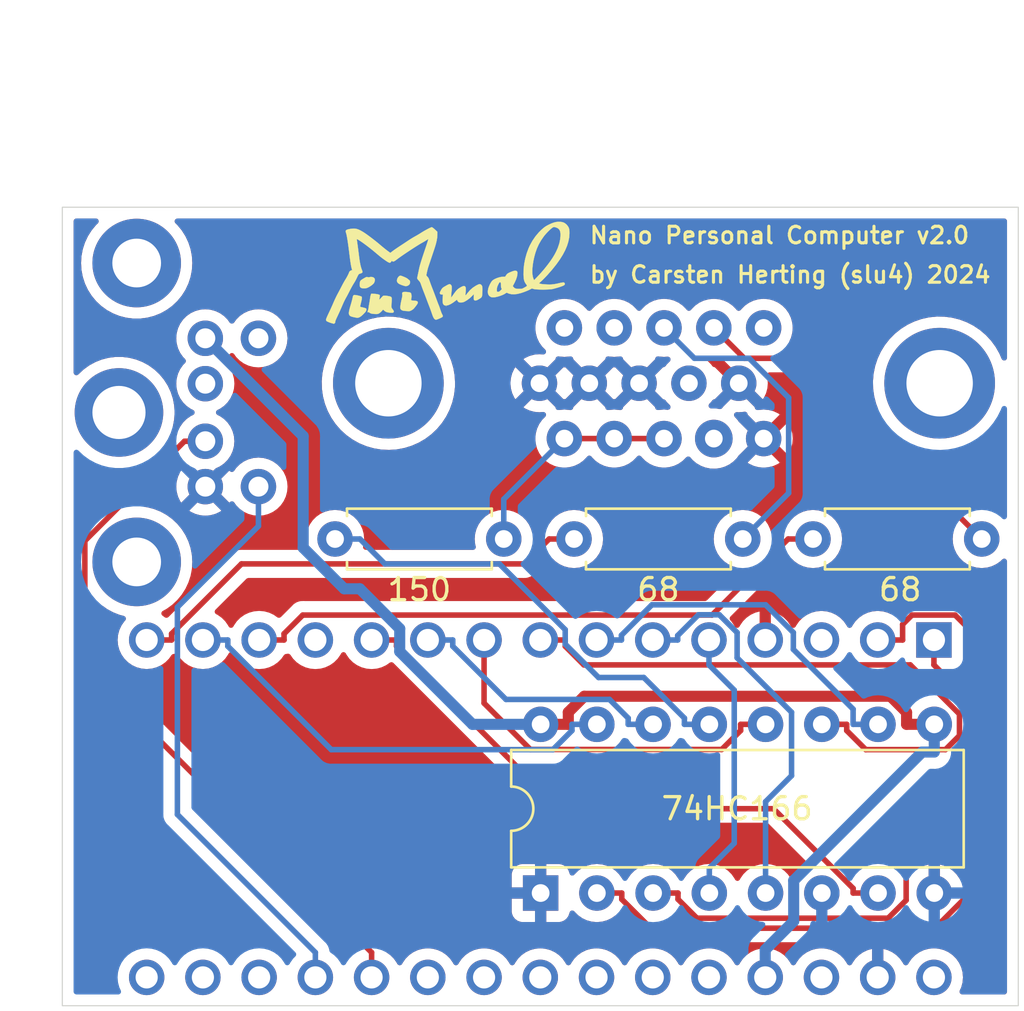
<source format=kicad_pcb>
(kicad_pcb (version 20211014) (generator pcbnew)
  (layers (0 "F.Cu" signal) (31 "B.Cu" signal) (34 "B.Paste" user) (35 "F.Paste" user) (36 "B.SilkS" user "B.Silkscreen") (37 "F.SilkS" user "F.Silkscreen") (38 "B.Mask" user) (39 "F.Mask" user) (44 "Edge.Cuts" user))
  (net 0 "")
  (net 1 "Net-(A1-Pad1)")
  (net 2 "Net-(A1-Pad2)")
  (net 3 "Net-(A1-Pad19)")
  (net 4 "GND")
  (net 5 "Net-(A1-Pad20)")
  (net 6 "Net-(A1-Pad5)")
  (net 8 "Net-(A1-Pad6)")
  (net 10 "Net-(A1-Pad7)")
  (net 12 "Net-(A1-Pad8)")
  (net 14 "Net-(A1-Pad9)")
  (net 15 "Net-(A1-Pad10)")
  (net 16 "Net-(A1-Pad11)")
  (net 17 "+5V")
  (net 19 "Net-(A1-Pad13)")
  (net 20 "Net-(A1-Pad14)")
  (net 21 "Net-(A1-Pad15)")
  (net 22 "Net-(J2-Pad1)")
  (net 23 "Net-(J2-Pad14)")
  (net 24 "Net-(J2-Pad13)")
  (net 25 "Net-(R3-Pad2)")
  (footprint "ArduinoPC:Arduino_Nano" (layer "F.Cu") (at 164.846 102.987 -90)
    (fp_text reference "A1" hide)
    (fp_text value "Arduino_Nano_v3.x" hide)
    (pad "1" thru_hole rect (at 0 0 270) (size 1.6 1.6) (drill 1) (layers *.Cu *.Mask) (net 1 "Net-(A1-Pad1)"))
    (pad "2" thru_hole oval (at 0 2.54 270) (size 1.6 1.6) (drill 1) (layers *.Cu *.Mask) (net 2 "Net-(A1-Pad2)"))
    (pad "3" thru_hole oval (at 0 5.08 270) (size 1.6 1.6) (drill 1) (layers *.Cu *.Mask))
    (pad "4" thru_hole oval (at 0 7.62 270) (size 1.6 1.6) (drill 1) (layers *.Cu *.Mask) (net 4 "GND"))
    (pad "5" thru_hole oval (at 0 10.16 270) (size 1.6 1.6) (drill 1) (layers *.Cu *.Mask) (net 6 "Net-(A1-Pad5)"))
    (pad "6" thru_hole oval (at 0 12.7 270) (size 1.6 1.6) (drill 1) (layers *.Cu *.Mask) (net 8 "Net-(A1-Pad6)"))
    (pad "7" thru_hole oval (at 0 15.24 270) (size 1.6 1.6) (drill 1) (layers *.Cu *.Mask) (net 10 "Net-(A1-Pad7)"))
    (pad "8" thru_hole oval (at 0 17.78 270) (size 1.6 1.6) (drill 1) (layers *.Cu *.Mask) (net 12 "Net-(A1-Pad8)"))
    (pad "9" thru_hole oval (at 0 20.32 270) (size 1.6 1.6) (drill 1) (layers *.Cu *.Mask) (net 14 "Net-(A1-Pad9)"))
    (pad "10" thru_hole oval (at 0 22.86 270) (size 1.6 1.6) (drill 1) (layers *.Cu *.Mask) (net 15 "Net-(A1-Pad10)"))
    (pad "11" thru_hole oval (at 0 25.4 270) (size 1.6 1.6) (drill 1) (layers *.Cu *.Mask) (net 16 "Net-(A1-Pad11)"))
    (pad "12" thru_hole oval (at 0 27.94 270) (size 1.6 1.6) (drill 1) (layers *.Cu *.Mask))
    (pad "13" thru_hole oval (at 0 30.48 270) (size 1.6 1.6) (drill 1) (layers *.Cu *.Mask) (net 19 "Net-(A1-Pad13)"))
    (pad "14" thru_hole oval (at 0 33.02 270) (size 1.6 1.6) (drill 1) (layers *.Cu *.Mask) (net 20 "Net-(A1-Pad14)"))
    (pad "15" thru_hole oval (at 0 35.56 270) (size 1.6 1.6) (drill 1) (layers *.Cu *.Mask) (net 21 "Net-(A1-Pad15)"))
    (pad "16" thru_hole oval (at 15.24 35.56 270) (size 1.6 1.6) (drill 1) (layers *.Cu *.Mask))
    (pad "17" thru_hole oval (at 15.24 33.02 270) (size 1.6 1.6) (drill 1) (layers *.Cu *.Mask))
    (pad "18" thru_hole oval (at 15.24 30.48 270) (size 1.6 1.6) (drill 1) (layers *.Cu *.Mask))
    (pad "19" thru_hole oval (at 15.24 27.94 270) (size 1.6 1.6) (drill 1) (layers *.Cu *.Mask) (net 3 "Net-(A1-Pad19)"))
    (pad "20" thru_hole oval (at 15.24 25.4 270) (size 1.6 1.6) (drill 1) (layers *.Cu *.Mask) (net 5 "Net-(A1-Pad20)"))
    (pad "21" thru_hole oval (at 15.24 22.86 270) (size 1.6 1.6) (drill 1) (layers *.Cu *.Mask))
    (pad "22" thru_hole oval (at 15.24 20.32 270) (size 1.6 1.6) (drill 1) (layers *.Cu *.Mask))
    (pad "23" thru_hole oval (at 15.24 17.78 270) (size 1.6 1.6) (drill 1) (layers *.Cu *.Mask))
    (pad "24" thru_hole oval (at 15.24 15.24 270) (size 1.6 1.6) (drill 1) (layers *.Cu *.Mask))
    (pad "25" thru_hole oval (at 15.24 12.7 270) (size 1.6 1.6) (drill 1) (layers *.Cu *.Mask))
    (pad "26" thru_hole oval (at 15.24 10.16 270) (size 1.6 1.6) (drill 1) (layers *.Cu *.Mask))
    (pad "27" thru_hole oval (at 15.24 7.62 270) (size 1.6 1.6) (drill 1) (layers *.Cu *.Mask) (net 17 "+5V"))
    (pad "28" thru_hole oval (at 15.24 5.08 270) (size 1.6 1.6) (drill 1) (layers *.Cu *.Mask))
    (pad "29" thru_hole oval (at 15.24 2.54 270) (size 1.6 1.6) (drill 1) (layers *.Cu *.Mask) (net 4 "GND"))
    (pad "30" thru_hole oval (at 15.24 0 270) (size 1.6 1.6) (drill 1) (layers *.Cu *.Mask))
  )
  (footprint "ArduinoPC:FP_MINI_DIN_6_PS2" (layer "F.Cu") (at 123.035 92.71 90)
    (fp_text reference "J1" hide)
    (fp_text value "PS/2 Keyboard" hide)
    (pad "" thru_hole circle locked (at 0 5 90) (size 4 4) (drill 2.4) (layers *.Cu *.Mask))
    (pad "" thru_hole circle locked (at 6.75 5.8 90) (size 4 4) (drill 2.2) (layers *.Cu *.Mask))
    (pad "" thru_hole circle locked (at -6.75 5.8 90) (size 4 4) (drill 2.2) (layers *.Cu *.Mask))
    (pad "1" thru_hole circle locked (at -1.3 8.9 90) (size 1.6 1.6) (drill 0.9) (layers *.Cu *.Mask) (net 5 "Net-(A1-Pad20)"))
    (pad "2" thru_hole circle locked (at 1.3 8.9 90) (size 1.6 1.6) (drill 0.9) (layers *.Cu *.Mask))
    (pad "3" thru_hole circle locked (at -3.35 8.9 90) (size 1.6 1.6) (drill 0.9) (layers *.Cu *.Mask) (net 4 "GND"))
    (pad "4" thru_hole circle locked (at 3.35 8.9 90) (size 1.6 1.6) (drill 0.9) (layers *.Cu *.Mask) (net 17 "+5V"))
    (pad "5" thru_hole circle locked (at -3.35 11.3 90) (size 1.6 1.6) (drill 0.9) (layers *.Cu *.Mask) (net 3 "Net-(A1-Pad19)"))
    (pad "6" thru_hole circle locked (at 3.35 11.3 90) (size 1.6 1.6) (drill 0.9) (layers *.Cu *.Mask))
  )
  (footprint "ArduinoPC:VGA DSUB15HD_female" (layer "F.Cu") (at 152.654 96.139 180)
    (fp_text reference "J2" hide)
    (fp_text value "VGA DB15" hide)
    (pad "" thru_hole circle locked (at -12.45 4.75 180) (size 5 5) (drill 3) (layers *.Cu *.Mask))
    (pad "" thru_hole circle locked (at 12.45 4.75 180) (size 5 5) (drill 3) (layers *.Cu *.Mask))
    (pad "1" thru_hole circle locked (at 4.5 2.25 180) (size 1.6 1.6) (drill 0.8) (layers *.Cu *.Mask) (net 22 "Net-(J2-Pad1)"))
    (pad "2" thru_hole circle locked (at 2.25 2.25 180) (size 1.6 1.6) (drill 0.8) (layers *.Cu *.Mask) (net 22 "Net-(J2-Pad1)"))
    (pad "3" thru_hole circle locked (at 0 2.25 180) (size 1.6 1.6) (drill 0.8) (layers *.Cu *.Mask) (net 22 "Net-(J2-Pad1)"))
    (pad "4" thru_hole circle locked (at -2.25 2.25 180) (size 1.7 1.7) (drill 0.8) (layers *.Cu *.Mask))
    (pad "5" thru_hole circle locked (at -4.5 2.25 180) (size 1.6 1.6) (drill 0.8) (layers *.Cu *.Mask) (net 4 "GND"))
    (pad "6" thru_hole circle locked (at 5.625 4.75 180) (size 1.6 1.6) (drill 0.8) (layers *.Cu *.Mask) (net 4 "GND"))
    (pad "7" thru_hole circle locked (at 3.375 4.75 180) (size 1.6 1.6) (drill 0.8) (layers *.Cu *.Mask) (net 4 "GND"))
    (pad "8" thru_hole circle locked (at 1.125 4.75 180) (size 1.6 1.6) (drill 0.8) (layers *.Cu *.Mask) (net 4 "GND"))
    (pad "9" thru_hole circle locked (at -1.125 4.75 180) (size 1.6 1.6) (drill 0.8) (layers *.Cu *.Mask))
    (pad "10" thru_hole circle locked (at -3.375 4.75 180) (size 1.6 1.6) (drill 0.8) (layers *.Cu *.Mask) (net 4 "GND"))
    (pad "11" thru_hole circle locked (at 4.5 7.25 180) (size 1.6 1.6) (drill 0.8) (layers *.Cu *.Mask))
    (pad "12" thru_hole circle locked (at 2.25 7.25 180) (size 1.6 1.6) (drill 0.8) (layers *.Cu *.Mask))
    (pad "13" thru_hole circle locked (at 0 7.25 180) (size 1.6 1.6) (drill 0.8) (layers *.Cu *.Mask) (net 24 "Net-(J2-Pad13)"))
    (pad "14" thru_hole circle locked (at -2.25 7.25 180) (size 1.6 1.6) (drill 0.8) (layers *.Cu *.Mask) (net 23 "Net-(J2-Pad14)"))
    (pad "15" thru_hole circle locked (at -4.5 7.25 180) (size 1.6 1.6) (drill 0.8) (layers *.Cu *.Mask))
  )
  (footprint "Resistor_THT:R_Axial_DIN0207_L6.3mm_D2.5mm_P7.62mm_Horizontal" (layer "F.Cu") (at 156.21 98.425 180)
    (fp_text reference "R1" hide)
    (fp_text value "68" (at 3.81 -2.286) (layer "F.SilkS"))
    (pad "1" thru_hole circle (at 0 0 180) (size 1.6 1.6) (drill 0.8) (layers *.Cu *.Mask) (net 24 "Net-(J2-Pad13)"))
    (pad "2" thru_hole oval (at 7.62 0 180) (size 1.6 1.6) (drill 0.8) (layers *.Cu *.Mask) (net 21 "Net-(A1-Pad15)"))
  )
  (footprint "Resistor_THT:R_Axial_DIN0207_L6.3mm_D2.5mm_P7.62mm_Horizontal" (layer "F.Cu") (at 167.005 98.425 180)
    (fp_text reference "R2" hide)
    (fp_text value "68" (at 3.683 -2.286) (layer "F.SilkS"))
    (pad "1" thru_hole circle (at 0 0 180) (size 1.6 1.6) (drill 0.8) (layers *.Cu *.Mask) (net 23 "Net-(J2-Pad14)"))
    (pad "2" thru_hole oval (at 7.62 0 180) (size 1.6 1.6) (drill 0.8) (layers *.Cu *.Mask) (net 19 "Net-(A1-Pad13)"))
  )
  (footprint "Resistor_THT:R_Axial_DIN0207_L6.3mm_D2.5mm_P7.62mm_Horizontal" (layer "F.Cu") (at 145.415 98.425 180)
    (fp_text reference "R3" hide)
    (fp_text value "150" (at 3.81 -2.286) (layer "F.SilkS"))
    (pad "1" thru_hole circle (at 0 0 180) (size 1.6 1.6) (drill 0.8) (layers *.Cu *.Mask) (net 22 "Net-(J2-Pad1)"))
    (pad "2" thru_hole oval (at 7.62 0 180) (size 1.6 1.6) (drill 0.8) (layers *.Cu *.Mask) (net 25 "Net-(R3-Pad2)"))
  )
  (footprint "Package_DIP:DIP-16_W7.62mm" (layer "F.Cu") (at 147.081 114.417 90)
    (fp_text reference "U1" hide)
    (fp_text value "74HC166" (at 3.81 8.875) (layer "F.SilkS"))
    (pad "1" thru_hole rect locked (at 0 0 90) (size 1.6 1.6) (drill 0.8) (layers *.Cu *.Mask) (net 4 "GND"))
    (pad "2" thru_hole oval locked (at 0 2.54 90) (size 1.6 1.6) (drill 0.8) (layers *.Cu *.Mask) (net 2 "Net-(A1-Pad2)"))
    (pad "3" thru_hole oval locked (at 0 5.08 90) (size 1.6 1.6) (drill 0.8) (layers *.Cu *.Mask) (net 1 "Net-(A1-Pad1)"))
    (pad "4" thru_hole oval locked (at 0 7.62 90) (size 1.6 1.6) (drill 0.8) (layers *.Cu *.Mask) (net 6 "Net-(A1-Pad5)"))
    (pad "5" thru_hole oval locked (at 0 10.16 90) (size 1.6 1.6) (drill 0.8) (layers *.Cu *.Mask) (net 8 "Net-(A1-Pad6)"))
    (pad "6" thru_hole oval locked (at 0 12.7 90) (size 1.6 1.6) (drill 0.8) (layers *.Cu *.Mask) (net 4 "GND"))
    (pad "7" thru_hole oval locked (at 0 15.24 90) (size 1.6 1.6) (drill 0.8) (layers *.Cu *.Mask) (net 16 "Net-(A1-Pad11)"))
    (pad "8" thru_hole oval locked (at 0 17.78 90) (size 1.6 1.6) (drill 0.8) (layers *.Cu *.Mask) (net 4 "GND"))
    (pad "9" thru_hole oval locked (at 7.62 17.78 90) (size 1.6 1.6) (drill 0.8) (layers *.Cu *.Mask) (net 17 "+5V"))
    (pad "10" thru_hole oval locked (at 7.62 15.24 90) (size 1.6 1.6) (drill 0.8) (layers *.Cu *.Mask) (net 10 "Net-(A1-Pad7)"))
    (pad "11" thru_hole oval locked (at 7.62 12.7 90) (size 1.6 1.6) (drill 0.8) (layers *.Cu *.Mask) (net 12 "Net-(A1-Pad8)"))
    (pad "12" thru_hole oval locked (at 7.62 10.16 90) (size 1.6 1.6) (drill 0.8) (layers *.Cu *.Mask) (net 14 "Net-(A1-Pad9)"))
    (pad "13" thru_hole oval locked (at 7.62 7.62 90) (size 1.6 1.6) (drill 0.8) (layers *.Cu *.Mask) (net 25 "Net-(R3-Pad2)"))
    (pad "14" thru_hole oval locked (at 7.62 5.08 90) (size 1.6 1.6) (drill 0.8) (layers *.Cu *.Mask) (net 15 "Net-(A1-Pad10)"))
    (pad "15" thru_hole oval locked (at 7.62 2.54 90) (size 1.6 1.6) (drill 0.8) (layers *.Cu *.Mask) (net 20 "Net-(A1-Pad14)"))
    (pad "16" thru_hole oval locked (at 7.62 0 90) (size 1.6 1.6) (drill 0.8) (layers *.Cu *.Mask) (net 17 "+5V"))
  )
  (footprint "logo:logo" (layer "F.Cu") (at 142.875 86.36)
    (fp_text reference "G***" hide)
    (fp_text value "LOGO" hide)
  )
  (gr_rect (start 125.476 119.507) (end 168.656 83.439) (layer "Edge.Cuts") (width 0.05) (fill none))
  (gr_text "Nano Personal Computer v2.0" (at 149.225 84.709) (layer "F.SilkS") (effects (font (size 0.75 0.75) (thickness 0.14)) (justify left)))
  (gr_text "by Carsten Herting (slu4) 2024" (at 149.225 86.487) (layer "F.SilkS") (effects (font (size 0.75 0.75) (thickness 0.14)) (justify left)))
  (segment (start 153.2863 114.6983) (end 154.141 115.553) (width 0.25) (layer "F.Cu") (net 1))
  (segment (start 152.161 114.417) (end 153.2863 114.417) (width 0.25) (layer "F.Cu") (net 1))
  (segment (start 153.2863 114.417) (end 153.2863 114.6983) (width 0.25) (layer "F.Cu") (net 1))
  (segment (start 163.591 111.1943) (end 166.4798 108.3055) (width 0.25) (layer "F.Cu") (net 1))
  (segment (start 154.141 115.553) (end 162.7784 115.553) (width 0.25) (layer "F.Cu") (net 1))
  (segment (start 166.4798 105.7461) (end 164.846 104.1123) (width 0.25) (layer "F.Cu") (net 1))
  (segment (start 163.591 114.7404) (end 163.591 111.1943) (width 0.25) (layer "F.Cu") (net 1))
  (segment (start 166.4798 108.3055) (end 166.4798 105.7461) (width 0.25) (layer "F.Cu") (net 1))
  (segment (start 162.7784 115.553) (end 163.591 114.7404) (width 0.25) (layer "F.Cu") (net 1))
  (segment (start 164.846 102.987) (end 164.846 104.1123) (width 0.25) (layer "F.Cu") (net 1))
  (segment (start 166.9342 113.9632) (end 166.9342 102.9921) (width 0.25) (layer "F.Cu") (net 2))
  (segment (start 165.8038 101.8617) (end 163.8532 101.8617) (width 0.25) (layer "F.Cu") (net 2))
  (segment (start 150.7463 114.417) (end 150.7463 114.6983) (width 0.25) (layer "F.Cu") (net 2))
  (segment (start 166.9342 102.9921) (end 165.8038 101.8617) (width 0.25) (layer "F.Cu") (net 2))
  (segment (start 163.8532 101.8617) (end 163.4313 102.2836) (width 0.25) (layer "F.Cu") (net 2))
  (segment (start 149.621 114.417) (end 150.7463 114.417) (width 0.25) (layer "F.Cu") (net 2))
  (segment (start 162.306 102.987) (end 163.4313 102.987) (width 0.25) (layer "F.Cu") (net 2))
  (segment (start 163.4313 102.2836) (end 163.4313 102.987) (width 0.25) (layer "F.Cu") (net 2))
  (segment (start 150.7463 114.6983) (end 152.0526 116.0046) (width 0.25) (layer "F.Cu") (net 2))
  (segment (start 152.0526 116.0046) (end 164.8928 116.0046) (width 0.25) (layer "F.Cu") (net 2))
  (segment (start 164.8928 116.0046) (end 166.9342 113.9632) (width 0.25) (layer "F.Cu") (net 2))
  (segment (start 134.335 97.8422) (end 130.6741 101.5031) (width 0.25) (layer "B.Cu") (net 3))
  (segment (start 130.6741 101.5031) (end 130.6741 110.8698) (width 0.25) (layer "B.Cu") (net 3))
  (segment (start 134.335 96.06) (end 134.335 97.8422) (width 0.25) (layer "B.Cu") (net 3))
  (segment (start 130.6741 110.8698) (end 136.906 117.1017) (width 0.25) (layer "B.Cu") (net 3))
  (segment (start 136.906 118.227) (end 136.906 117.1017) (width 0.25) (layer "B.Cu") (net 3))
  (segment (start 130.993 94.01) (end 126.4936 98.5094) (width 0.25) (layer "F.Cu") (net 5))
  (segment (start 131.935 94.01) (end 130.993 94.01) (width 0.25) (layer "F.Cu") (net 5))
  (segment (start 139.446 118.227) (end 139.446 117.1017) (width 0.25) (layer "F.Cu") (net 5))
  (segment (start 126.4936 98.5094) (end 126.4936 104.1493) (width 0.25) (layer "F.Cu") (net 5))
  (segment (start 126.4936 104.1493) (end 139.446 117.1017) (width 0.25) (layer "F.Cu") (net 5))
  (segment (start 154.701 114.417) (end 154.701 113.2917) (width 0.25) (layer "B.Cu") (net 6))
  (segment (start 155.8263 105.2526) (end 155.8263 112.1664) (width 0.25) (layer "B.Cu") (net 6))
  (segment (start 154.686 102.987) (end 154.686 104.1123) (width 0.25) (layer "B.Cu") (net 6))
  (segment (start 155.8263 112.1664) (end 154.701 113.2917) (width 0.25) (layer "B.Cu") (net 6))
  (segment (start 154.686 104.1123) (end 155.8263 105.2526) (width 0.25) (layer "B.Cu") (net 6))
  (segment (start 155.956 103.7917) (end 155.956 102.6525) (width 0.25) (layer "B.Cu") (net 8))
  (segment (start 152.146 102.987) (end 153.2713 102.987) (width 0.25) (layer "B.Cu") (net 8))
  (segment (start 157.241 110.2913) (end 158.4145 109.1178) (width 0.25) (layer "B.Cu") (net 8))
  (segment (start 157.241 114.417) (end 157.241 110.2913) (width 0.25) (layer "B.Cu") (net 8))
  (segment (start 154.2108 101.8477) (end 153.2713 102.7872) (width 0.25) (layer "B.Cu") (net 8))
  (segment (start 153.2713 102.7872) (end 153.2713 102.987) (width 0.25) (layer "B.Cu") (net 8))
  (segment (start 155.1512 101.8477) (end 154.2108 101.8477) (width 0.25) (layer "B.Cu") (net 8))
  (segment (start 158.4145 106.2502) (end 155.956 103.7917) (width 0.25) (layer "B.Cu") (net 8))
  (segment (start 158.4145 109.1178) (end 158.4145 106.2502) (width 0.25) (layer "B.Cu") (net 8))
  (segment (start 155.956 102.6525) (end 155.1512 101.8477) (width 0.25) (layer "B.Cu") (net 8))
  (segment (start 161.1957 106.1106) (end 158.496 103.4109) (width 0.25) (layer "B.Cu") (net 10))
  (segment (start 162.321 106.797) (end 161.1957 106.797) (width 0.25) (layer "B.Cu") (net 10))
  (segment (start 157.2431 101.3974) (end 152.1073 101.3974) (width 0.25) (layer "B.Cu") (net 10))
  (segment (start 149.606 102.987) (end 150.7313 102.987) (width 0.25) (layer "B.Cu") (net 10))
  (segment (start 150.7313 102.7734) (end 150.7313 102.987) (width 0.25) (layer "B.Cu") (net 10))
  (segment (start 158.496 103.4109) (end 158.496 102.6503) (width 0.25) (layer "B.Cu") (net 10))
  (segment (start 152.1073 101.3974) (end 150.7313 102.7734) (width 0.25) (layer "B.Cu") (net 10))
  (segment (start 161.1957 106.797) (end 161.1957 106.1106) (width 0.25) (layer "B.Cu") (net 10))
  (segment (start 158.496 102.6503) (end 157.2431 101.3974) (width 0.25) (layer "B.Cu") (net 10))
  (segment (start 160.9063 107.0783) (end 161.7662 107.9382) (width 0.25) (layer "F.Cu") (net 12))
  (segment (start 159.781 106.797) (end 160.9063 106.797) (width 0.25) (layer "F.Cu") (net 12))
  (segment (start 160.9063 106.797) (end 160.9063 107.0783) (width 0.25) (layer "F.Cu") (net 12))
  (segment (start 165.3675 107.9382) (end 165.9989 107.3068) (width 0.25) (layer "F.Cu") (net 12))
  (segment (start 165.9989 106.3326) (end 163.7786 104.1123) (width 0.25) (layer "F.Cu") (net 12))
  (segment (start 147.066 102.987) (end 148.1913 102.987) (width 0.25) (layer "F.Cu") (net 12))
  (segment (start 149.0352 104.1123) (end 148.1913 103.2684) (width 0.25) (layer "F.Cu") (net 12))
  (segment (start 163.7786 104.1123) (end 149.0352 104.1123) (width 0.25) (layer "F.Cu") (net 12))
  (segment (start 148.1913 103.2684) (end 148.1913 102.987) (width 0.25) (layer "F.Cu") (net 12))
  (segment (start 165.9989 107.3068) (end 165.9989 106.3326) (width 0.25) (layer "F.Cu") (net 12))
  (segment (start 161.7662 107.9382) (end 165.3675 107.9382) (width 0.25) (layer "F.Cu") (net 12))
  (segment (start 146.6177 107.9318) (end 144.526 105.8401) (width 0.25) (layer "F.Cu") (net 14))
  (segment (start 155.2622 107.9318) (end 146.6177 107.9318) (width 0.25) (layer "F.Cu") (net 14))
  (segment (start 156.1157 106.797) (end 156.1157 107.0783) (width 0.25) (layer "F.Cu") (net 14))
  (segment (start 144.526 105.8401) (end 144.526 102.987) (width 0.25) (layer "F.Cu") (net 14))
  (segment (start 156.1157 107.0783) (end 155.2622 107.9318) (width 0.25) (layer "F.Cu") (net 14))
  (segment (start 157.241 106.797) (end 156.1157 106.797) (width 0.25) (layer "F.Cu") (net 14))
  (segment (start 143.1113 103.2683) (end 143.1113 102.987) (width 0.25) (layer "B.Cu") (net 15))
  (segment (start 150.1918 105.6717) (end 145.5147 105.6717) (width 0.25) (layer "B.Cu") (net 15))
  (segment (start 145.5147 105.6717) (end 143.1113 103.2683) (width 0.25) (layer "B.Cu") (net 15))
  (segment (start 152.161 106.797) (end 151.0357 106.797) (width 0.25) (layer "B.Cu") (net 15))
  (segment (start 141.986 102.987) (end 143.1113 102.987) (width 0.25) (layer "B.Cu") (net 15))
  (segment (start 151.0357 106.797) (end 151.0357 106.5156) (width 0.25) (layer "B.Cu") (net 15))
  (segment (start 151.0357 106.5156) (end 150.1918 105.6717) (width 0.25) (layer "B.Cu") (net 15))
  (segment (start 140.5713 103.2683) (end 140.5713 102.987) (width 0.25) (layer "F.Cu") (net 16))
  (segment (start 161.1957 114.417) (end 161.1957 114.206) (width 0.25) (layer "F.Cu") (net 16))
  (segment (start 139.446 102.987) (end 140.5713 102.987) (width 0.25) (layer "F.Cu") (net 16))
  (segment (start 161.1957 114.206) (end 157.5967 110.607) (width 0.25) (layer "F.Cu") (net 16))
  (segment (start 157.5967 110.607) (end 147.91 110.607) (width 0.25) (layer "F.Cu") (net 16))
  (segment (start 162.321 114.417) (end 161.1957 114.417) (width 0.25) (layer "F.Cu") (net 16))
  (segment (start 147.91 110.607) (end 140.5713 103.2683) (width 0.25) (layer "F.Cu") (net 16))
  (segment (start 147.081 106.797) (end 148.3313 106.797) (width 0.5) (layer "F.Cu") (net 17))
  (segment (start 148.3313 106.25) (end 149.052 105.5293) (width 0.5) (layer "F.Cu") (net 17))
  (segment (start 162.8869 105.5293) (end 163.6107 106.2531) (width 0.5) (layer "F.Cu") (net 17))
  (segment (start 163.6107 106.2531) (end 163.6107 106.797) (width 0.5) (layer "F.Cu") (net 17))
  (segment (start 164.861 106.797) (end 163.6107 106.797) (width 0.5) (layer "F.Cu") (net 17))
  (segment (start 149.052 105.5293) (end 162.8869 105.5293) (width 0.5) (layer "F.Cu") (net 17))
  (segment (start 148.3313 106.797) (end 148.3313 106.25) (width 0.5) (layer "F.Cu") (net 17))
  (segment (start 158.511 113.8523) (end 158.511 115.6917) (width 0.5) (layer "B.Cu") (net 17))
  (segment (start 140.716 102.4748) (end 140.716 103.5106) (width 0.5) (layer "B.Cu") (net 17))
  (segment (start 138.2096 100.6734) (end 138.9146 100.6734) (width 0.5) (layer "B.Cu") (net 17))
  (segment (start 136.3561 93.7811) (end 136.3561 98.8199) (width 0.5) (layer "B.Cu") (net 17))
  (segment (start 138.9146 100.6734) (end 140.716 102.4748) (width 0.5) (layer "B.Cu") (net 17))
  (segment (start 157.226 118.227) (end 157.226 116.9767) (width 0.5) (layer "B.Cu") (net 17))
  (segment (start 158.511 115.6917) (end 157.226 116.9767) (width 0.5) (layer "B.Cu") (net 17))
  (segment (start 164.861 108.0473) (end 164.316 108.0473) (width 0.5) (layer "B.Cu") (net 17))
  (segment (start 131.935 89.36) (end 136.3561 93.7811) (width 0.5) (layer "B.Cu") (net 17))
  (segment (start 164.861 106.797) (end 164.861 108.0473) (width 0.5) (layer "B.Cu") (net 17))
  (segment (start 136.3561 98.8199) (end 138.2096 100.6734) (width 0.5) (layer "B.Cu") (net 17))
  (segment (start 164.316 108.0473) (end 158.511 113.8523) (width 0.5) (layer "B.Cu") (net 17))
  (segment (start 140.716 103.5106) (end 144.0024 106.797) (width 0.5) (layer "B.Cu") (net 17))
  (segment (start 144.0024 106.797) (end 147.081 106.797) (width 0.5) (layer "B.Cu") (net 17))
  (segment (start 135.4913 102.7056) (end 135.4913 102.987) (width 0.25) (layer "F.Cu") (net 19))
  (segment (start 154.823 101.8617) (end 136.3352 101.8617) (width 0.25) (layer "F.Cu") (net 19))
  (segment (start 134.366 102.987) (end 135.4913 102.987) (width 0.25) (layer "F.Cu") (net 19))
  (segment (start 136.3352 101.8617) (end 135.4913 102.7056) (width 0.25) (layer "F.Cu") (net 19))
  (segment (start 159.385 98.425) (end 158.2597 98.425) (width 0.25) (layer "F.Cu") (net 19))
  (segment (start 158.2597 98.425) (end 154.823 101.8617) (width 0.25) (layer "F.Cu") (net 19))
  (segment (start 131.826 102.987) (end 132.9513 102.987) (width 0.25) (layer "B.Cu") (net 20))
  (segment (start 147.6348 107.9392) (end 137.6222 107.9392) (width 0.25) (layer "B.Cu") (net 20))
  (segment (start 137.6222 107.9392) (end 132.9513 103.2683) (width 0.25) (layer "B.Cu") (net 20))
  (segment (start 148.4957 107.0783) (end 147.6348 107.9392) (width 0.25) (layer "B.Cu") (net 20))
  (segment (start 148.4957 106.797) (end 148.4957 107.0783) (width 0.25) (layer "B.Cu") (net 20))
  (segment (start 132.9513 103.2683) (end 132.9513 102.987) (width 0.25) (layer "B.Cu") (net 20))
  (segment (start 149.621 106.797) (end 148.4957 106.797) (width 0.25) (layer "B.Cu") (net 20))
  (segment (start 129.286 102.987) (end 130.4113 102.987) (width 0.25) (layer "F.Cu") (net 21))
  (segment (start 146.3394 99.5503) (end 133.5667 99.5503) (width 0.25) (layer "F.Cu") (net 21))
  (segment (start 133.5667 99.5503) (end 130.4113 102.7057) (width 0.25) (layer "F.Cu") (net 21))
  (segment (start 130.4113 102.7057) (end 130.4113 102.987) (width 0.25) (layer "F.Cu") (net 21))
  (segment (start 148.59 98.425) (end 147.4647 98.425) (width 0.25) (layer "F.Cu") (net 21))
  (segment (start 147.4647 98.425) (end 146.3394 99.5503) (width 0.25) (layer "F.Cu") (net 21))
  (segment (start 150.404 93.889) (end 148.154 93.889) (width 0.25) (layer "F.Cu") (net 22))
  (segment (start 152.654 93.889) (end 150.404 93.889) (width 0.25) (layer "F.Cu") (net 22))
  (segment (start 145.415 96.628) (end 148.154 93.889) (width 0.25) (layer "B.Cu") (net 22))
  (segment (start 145.415 98.425) (end 145.415 96.628) (width 0.25) (layer "B.Cu") (net 22))
  (segment (start 156.2786 90.2636) (end 154.904 88.889) (width 0.25) (layer "F.Cu") (net 23))
  (segment (start 167.005 98.425) (end 158.8436 90.2636) (width 0.25) (layer "F.Cu") (net 23))
  (segment (start 158.8436 90.2636) (end 156.2786 90.2636) (width 0.25) (layer "F.Cu") (net 23))
  (segment (start 158.2831 96.3519) (end 158.2831 92.0451) (width 0.25) (layer "B.Cu") (net 24))
  (segment (start 158.2831 92.0451) (end 156.5016 90.2636) (width 0.25) (layer "B.Cu") (net 24))
  (segment (start 154.0286 90.2636) (end 152.654 88.889) (width 0.25) (layer "B.Cu") (net 24))
  (segment (start 156.21 98.425) (end 158.2831 96.3519) (width 0.25) (layer "B.Cu") (net 24))
  (segment (start 156.5016 90.2636) (end 154.0286 90.2636) (width 0.25) (layer "B.Cu") (net 24))
  (segment (start 151.7415 104.6815) (end 149.6982 104.6815) (width 0.25) (layer "B.Cu") (net 25))
  (segment (start 153.5757 106.5157) (end 151.7415 104.6815) (width 0.25) (layer "B.Cu") (net 25))
  (segment (start 137.795 98.425) (end 138.9203 98.425) (width 0.25) (layer "B.Cu") (net 25))
  (segment (start 148.1913 102.5208) (end 145.2208 99.5503) (width 0.25) (layer "B.Cu") (net 25))
  (segment (start 154.701 106.797) (end 153.5757 106.797) (width 0.25) (layer "B.Cu") (net 25))
  (segment (start 148.1913 103.1746) (end 148.1913 102.5208) (width 0.25) (layer "B.Cu") (net 25))
  (segment (start 140.0456 99.5503) (end 138.9203 98.425) (width 0.25) (layer "B.Cu") (net 25))
  (segment (start 149.6982 104.6815) (end 148.1913 103.1746) (width 0.25) (layer "B.Cu") (net 25))
  (segment (start 145.2208 99.5503) (end 140.0456 99.5503) (width 0.25) (layer "B.Cu") (net 25))
  (segment (start 153.5757 106.797) (end 153.5757 106.5157) (width 0.25) (layer "B.Cu") (net 25))
  (zone (net 4) (net_name "GND") (layers F&B.Cu) (connect_pads (clearance 0.508)) (min_thickness 0.254) (fill yes (thermal_gap 0.508) (thermal_bridge_width 0.508))
    (polygon (pts (xy 125.476 119.507) (xy 125.476 83.439) (xy 168.656 83.439) (xy 168.656 119.507)))
  )
)
</source>
